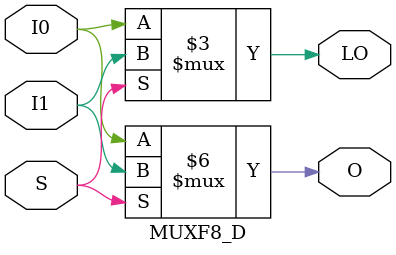
<source format=v>


`timescale  1 ps / 1 ps


module MUXF8_D (LO, O, I0, I1, S);

    output LO, O;
    reg    O, LO;

    input  I0, I1, S;

	always @(I0 or I1 or S)
            if (S) begin
		O = I1;
		LO = I1;
            end
	    else begin
		O = I0;
		LO = I0;
	    end
endmodule


</source>
